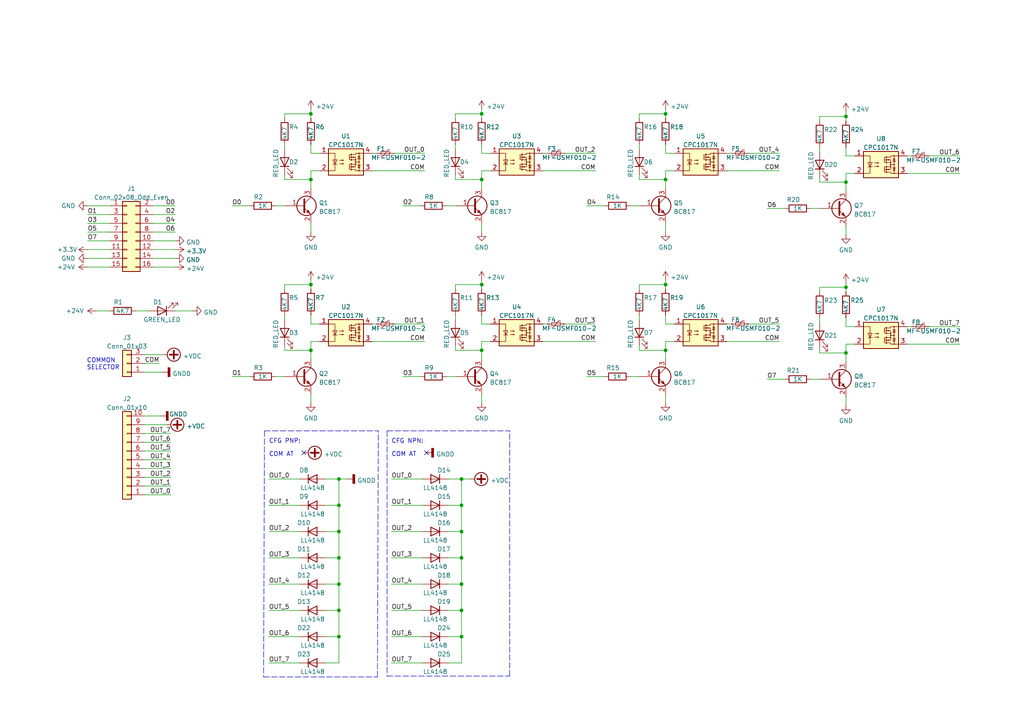
<source format=kicad_sch>
(kicad_sch (version 20211123) (generator eeschema)
  (paper "A4")
  (title_block (title "dout-8") (date "2023-04-06") (rev "1.1") (company "www.iotvertebrae.com") (comment 1 "Mechanical design: Xavier Pi") (comment 2 "Circuit & PCB design: Jordi Binefa"))
  (lib_symbols
    (symbol "Connector_Generic:Conn_01x03" (pin_names (offset 1.016) hide)
      (property "Reference" "J" (at 0 5.08 0))
      (property "Value" "Conn_01x03" (at 0 -5.08 0))
      (symbol "Conn_01x03_1_1"
        (pin passive line (at -5.08 2.54 0) (length 3.81) (name "Pin_1") (number "1"))
        (pin passive line (at -5.08 0 0) (length 3.81) (name "Pin_2") (number "2"))
        (pin passive line (at -5.08 -2.54 0) (length 3.81) (name "Pin_3") (number "3"))
      )
    )
    (symbol "Connector_Generic:Conn_01x10" (pin_names (offset 1.016) hide)
      (property "Reference" "J" (at 0 12.7 0))
      (property "Value" "Conn_01x10" (at 0 -15.24 0))
      (symbol "Conn_01x10_1_1"
        (pin passive line (at -5.08 10.16 0) (length 3.81) (name "Pin_1") (number "1"))
        (pin passive line (at -5.08 -12.7 0) (length 3.81) (name "Pin_10") (number "10"))
        (pin passive line (at -5.08 7.62 0) (length 3.81) (name "Pin_2") (number "2"))
        (pin passive line (at -5.08 5.08 0) (length 3.81) (name "Pin_3") (number "3"))
        (pin passive line (at -5.08 2.54 0) (length 3.81) (name "Pin_4") (number "4"))
        (pin passive line (at -5.08 0 0) (length 3.81) (name "Pin_5") (number "5"))
        (pin passive line (at -5.08 -2.54 0) (length 3.81) (name "Pin_6") (number "6"))
        (pin passive line (at -5.08 -5.08 0) (length 3.81) (name "Pin_7") (number "7"))
        (pin passive line (at -5.08 -7.62 0) (length 3.81) (name "Pin_8") (number "8"))
        (pin passive line (at -5.08 -10.16 0) (length 3.81) (name "Pin_9") (number "9"))
      )
    )
    (symbol "Connector_Generic:Conn_02x08_Odd_Even" (pin_names (offset 1.016) hide)
      (property "Reference" "J" (at 1.27 10.16 0))
      (property "Value" "Conn_02x08_Odd_Even" (at 1.27 -12.7 0))
      (symbol "Conn_02x08_Odd_Even_1_1"
        (pin passive line (at -5.08 7.62 0) (length 3.81) (name "Pin_1") (number "1"))
        (pin passive line (at 7.62 -2.54 180) (length 3.81) (name "Pin_10") (number "10"))
        (pin passive line (at -5.08 -5.08 0) (length 3.81) (name "Pin_11") (number "11"))
        (pin passive line (at 7.62 -5.08 180) (length 3.81) (name "Pin_12") (number "12"))
        (pin passive line (at -5.08 -7.62 0) (length 3.81) (name "Pin_13") (number "13"))
        (pin passive line (at 7.62 -7.62 180) (length 3.81) (name "Pin_14") (number "14"))
        (pin passive line (at -5.08 -10.16 0) (length 3.81) (name "Pin_15") (number "15"))
        (pin passive line (at 7.62 -10.16 180) (length 3.81) (name "Pin_16") (number "16"))
        (pin passive line (at 7.62 7.62 180) (length 3.81) (name "Pin_2") (number "2"))
        (pin passive line (at -5.08 5.08 0) (length 3.81) (name "Pin_3") (number "3"))
        (pin passive line (at 7.62 5.08 180) (length 3.81) (name "Pin_4") (number "4"))
        (pin passive line (at -5.08 2.54 0) (length 3.81) (name "Pin_5") (number "5"))
        (pin passive line (at 7.62 2.54 180) (length 3.81) (name "Pin_6") (number "6"))
        (pin passive line (at -5.08 0 0) (length 3.81) (name "Pin_7") (number "7"))
        (pin passive line (at 7.62 0 180) (length 3.81) (name "Pin_8") (number "8"))
        (pin passive line (at -5.08 -2.54 0) (length 3.81) (name "Pin_9") (number "9"))
      )
    )
    (symbol "Device:LED" (pin_numbers hide) (pin_names (offset 1.016) hide)
      (property "Reference" "D" (at 0 2.54 0))
      (property "Value" "LED" (at 0 -2.54 0))
      (symbol "LED_1_1"
        (pin passive line (at -3.81 0 0) (length 2.54) (name "K") (number "1"))
        (pin passive line (at 3.81 0 180) (length 2.54) (name "A") (number "2"))
      )
    )
    (symbol "Device:Polyfuse_Small" (pin_numbers hide) (pin_names (offset 0))
      (property "Reference" "F" (at -1.905 0 90))
      (property "Value" "Polyfuse_Small" (at 1.905 0 90))
      (symbol "Polyfuse_Small_1_1"
        (pin passive line (at 0 2.54 270) (length 0.635) (name "~") (number "1"))
        (pin passive line (at 0 -2.54 90) (length 0.635) (name "~") (number "2"))
      )
    )
    (symbol "Device:R" (pin_numbers hide) (pin_names (offset 0))
      (property "Reference" "R" (at 2.032 0 90))
      (property "Value" "R" (at 0 0 90))
      (symbol "R_1_1"
        (pin passive line (at 0 3.81 270) (length 1.27) (name "~") (number "1"))
        (pin passive line (at 0 -3.81 90) (length 1.27) (name "~") (number "2"))
      )
    )
    (symbol "Diode:LL4148" (pin_numbers hide) (pin_names (offset 1.016) hide)
      (property "Reference" "D" (at 0 2.54 0))
      (property "Value" "LL4148" (at 0 -2.54 0))
      (symbol "LL4148_1_1"
        (pin passive line (at -3.81 0 0) (length 2.54) (name "K") (number "1"))
        (pin passive line (at 3.81 0 180) (length 2.54) (name "A") (number "2"))
      )
    )
    (symbol "Relay_SolidState:CPC1017N"
      (property "Reference" "U" (at -5.08 5.08 0))
      (property "Value" "CPC1017N" (at 0 5.08 0))
      (symbol "CPC1017N_1_1"
        (pin passive line (at -7.62 2.54 0) (length 2.54) (name "~") (number "1"))
        (pin passive line (at -7.62 -2.54 0) (length 2.54) (name "~") (number "2"))
        (pin passive line (at 7.62 -2.54 180) (length 2.54) (name "~") (number "3"))
        (pin passive line (at 7.62 2.54 180) (length 2.54) (name "~") (number "4"))
      )
    )
    (symbol "Transistor_BJT:BC817" (pin_names (offset 0) hide)
      (property "Reference" "Q" (at 5.08 1.905 0))
      (property "Value" "BC817" (at 5.08 0 0))
      (symbol "BC817_1_1"
        (pin input line (at -5.08 0 0) (length 5.715) (name "B") (number "1"))
        (pin passive line (at 2.54 -5.08 90) (length 2.54) (name "E") (number "2"))
        (pin passive line (at 2.54 5.08 270) (length 2.54) (name "C") (number "3"))
      )
    )
    (symbol "power:+24V" (power) (pin_names (offset 0))
      (property "Value" "+24V" (at 0 3.556 0))
      (symbol "+24V_1_1"
        (pin power_in line (at 0 0 90) (length 0) hide (name "+24V") (number "1"))
      )
    )
    (symbol "power:+3.3V" (power) (pin_names (offset 0))
      (property "Value" "+3.3V" (at 0 3.556 0))
      (symbol "+3.3V_1_1"
        (pin power_in line (at 0 0 90) (length 0) hide (name "+3.3V") (number "1"))
      )
    )
    (symbol "power:+VDC" (power) (pin_names (offset 0))
      (property "Value" "+VDC" (at 0 6.35 0))
      (symbol "+VDC_1_1"
        (pin power_in line (at 0 0 90) (length 0) hide (name "+VDC") (number "1"))
      )
    )
    (symbol "power:GND" (power) (pin_names (offset 0))
      (property "Value" "GND" (at 0 -3.81 0))
      (symbol "GND_1_1"
        (pin power_in line (at 0 0 270) (length 0) hide (name "GND") (number "1"))
      )
    )
    (symbol "power:GNDD" (power) (pin_names (offset 0))
      (property "Value" "GNDD" (at 0 -3.175 0))
      (symbol "GNDD_1_1"
        (pin power_in line (at 0 0 270) (length 0) hide (name "GNDD") (number "1"))
      )
    )
  )
  (junction (at 133.858 138.938))
  (junction (at 98.298 184.658))
  (junction (at 139.7 101.6))
  (junction (at 133.858 154.178))
  (junction (at 90.17 33.02))
  (junction (at 193.04 101.6))
  (junction (at 245.364 102.362))
  (junction (at 98.298 154.178))
  (junction (at 139.7 33.02))
  (junction (at 193.04 82.55))
  (junction (at 98.298 169.418))
  (junction (at 245.364 83.312))
  (junction (at 90.17 52.07))
  (junction (at 139.7 82.55))
  (junction (at 133.858 184.658))
  (junction (at 133.858 146.558))
  (junction (at 133.858 177.038))
  (junction (at 133.858 169.418))
  (junction (at 90.17 101.6))
  (junction (at 193.04 33.02))
  (junction (at 98.298 138.938))
  (junction (at 98.298 161.798))
  (junction (at 98.298 146.558))
  (junction (at 90.17 82.55))
  (junction (at 245.364 33.782))
  (junction (at 245.364 52.832))
  (junction (at 98.298 177.038))
  (junction (at 139.7 52.07))
  (junction (at 193.04 52.07))
  (junction (at 133.858 161.798))
  (no_connect (at 123.698 131.318))
  (no_connect (at 88.138 131.318))
  (wire (pts (xy 82.55 100.33) (xy 82.55 101.6)))
  (wire (pts (xy 92.71 49.53) (xy 90.17 49.53)))
  (wire (pts (xy 41.91 107.95) (xy 47.244 107.95)))
  (wire (pts (xy 41.91 135.89) (xy 49.53 135.89)))
  (wire (pts (xy 269.494 94.742) (xy 278.384 94.742)))
  (wire (pts (xy 25.4 59.69) (xy 31.75 59.69)))
  (wire (pts (xy 163.83 93.98) (xy 172.72 93.98)))
  (wire (pts (xy 44.45 67.31) (xy 50.8 67.31)))
  (wire (pts (xy 27.94 90.17) (xy 31.75 90.17)))
  (wire (pts (xy 129.54 109.22) (xy 132.08 109.22)))
  (wire (pts (xy 44.45 72.39) (xy 50.8 72.39)))
  (wire (pts (xy 132.08 41.91) (xy 132.08 43.18)))
  (wire (pts (xy 94.488 169.418) (xy 98.298 169.418)))
  (wire (pts (xy 139.7 81.28) (xy 139.7 82.55)))
  (wire (pts (xy 263.144 50.292) (xy 278.384 50.292)))
  (wire (pts (xy 41.91 143.51) (xy 49.53 143.51)))
  (wire (pts (xy 90.17 82.55) (xy 90.17 83.82)))
  (wire (pts (xy 41.91 133.35) (xy 49.53 133.35)))
  (wire (pts (xy 133.858 161.798) (xy 133.858 154.178)))
  (wire (pts (xy 90.17 93.98) (xy 92.71 93.98)))
  (wire (pts (xy 182.88 59.69) (xy 185.42 59.69)))
  (wire (pts (xy 193.04 31.75) (xy 193.04 33.02)))
  (wire (pts (xy 245.364 33.782) (xy 237.744 33.782)))
  (wire (pts (xy 222.504 60.452) (xy 227.584 60.452)))
  (wire (pts (xy 245.364 33.782) (xy 245.364 35.052)))
  (wire (pts (xy 90.17 101.6) (xy 90.17 104.14)))
  (wire (pts (xy 245.364 99.822) (xy 245.364 102.362)))
  (wire (pts (xy 113.538 184.658) (xy 122.428 184.658)))
  (wire (pts (xy 67.31 109.22) (xy 72.39 109.22)))
  (wire (pts (xy 113.538 154.178) (xy 122.428 154.178)))
  (wire (pts (xy 129.54 59.69) (xy 132.08 59.69)))
  (wire (pts (xy 185.42 50.8) (xy 185.42 52.07)))
  (wire (pts (xy 142.24 49.53) (xy 139.7 49.53)))
  (wire (pts (xy 193.04 64.77) (xy 193.04 67.31)))
  (wire (pts (xy 133.858 177.038) (xy 133.858 169.418)))
  (wire (pts (xy 130.048 169.418) (xy 133.858 169.418)))
  (wire (pts (xy 82.55 82.55) (xy 82.55 83.82)))
  (wire (pts (xy 245.364 92.202) (xy 245.364 94.742)))
  (wire (pts (xy 133.858 184.658) (xy 133.858 177.038)))
  (wire (pts (xy 237.744 33.782) (xy 237.744 35.052)))
  (wire (pts (xy 25.4 69.85) (xy 31.75 69.85)))
  (wire (pts (xy 193.04 91.44) (xy 193.04 93.98)))
  (wire (pts (xy 41.91 128.27) (xy 49.53 128.27)))
  (wire (pts (xy 25.4 72.39) (xy 31.75 72.39)))
  (wire (pts (xy 130.048 146.558) (xy 133.858 146.558)))
  (wire (pts (xy 210.82 93.98) (xy 212.09 93.98)))
  (wire (pts (xy 139.7 82.55) (xy 139.7 83.82)))
  (wire (pts (xy 41.91 130.81) (xy 49.53 130.81)))
  (wire (pts (xy 130.048 192.278) (xy 133.858 192.278)))
  (wire (pts (xy 90.17 33.02) (xy 82.55 33.02)))
  (wire (pts (xy 185.42 100.33) (xy 185.42 101.6)))
  (wire (pts (xy 139.7 44.45) (xy 142.24 44.45)))
  (wire (pts (xy 82.55 33.02) (xy 82.55 34.29)))
  (wire (pts (xy 41.91 125.73) (xy 49.53 125.73)))
  (wire (pts (xy 185.42 52.07) (xy 193.04 52.07)))
  (wire (pts (xy 182.88 109.22) (xy 185.42 109.22)))
  (wire (pts (xy 25.4 77.47) (xy 31.75 77.47)))
  (wire (pts (xy 98.298 169.418) (xy 98.298 161.798)))
  (polyline (pts (xy 76.708 124.968) (xy 109.728 124.968)))
  (wire (pts (xy 185.42 33.02) (xy 185.42 34.29)))
  (wire (pts (xy 132.08 52.07) (xy 139.7 52.07)))
  (wire (pts (xy 44.45 77.47) (xy 50.8 77.47)))
  (wire (pts (xy 237.744 52.832) (xy 245.364 52.832)))
  (wire (pts (xy 235.204 109.982) (xy 237.744 109.982)))
  (wire (pts (xy 139.7 41.91) (xy 139.7 44.45)))
  (wire (pts (xy 245.364 94.742) (xy 247.904 94.742)))
  (wire (pts (xy 193.04 81.28) (xy 193.04 82.55)))
  (wire (pts (xy 113.538 169.418) (xy 122.428 169.418)))
  (wire (pts (xy 245.364 45.212) (xy 247.904 45.212)))
  (wire (pts (xy 41.91 102.87) (xy 47.244 102.87)))
  (wire (pts (xy 157.48 49.53) (xy 172.72 49.53)))
  (wire (pts (xy 139.7 64.77) (xy 139.7 67.31)))
  (wire (pts (xy 41.91 123.19) (xy 48.26 123.19)))
  (wire (pts (xy 77.978 169.418) (xy 86.868 169.418)))
  (wire (pts (xy 94.488 138.938) (xy 98.298 138.938)))
  (wire (pts (xy 25.4 64.77) (xy 31.75 64.77)))
  (wire (pts (xy 263.144 94.742) (xy 264.414 94.742)))
  (wire (pts (xy 193.04 52.07) (xy 193.04 54.61)))
  (wire (pts (xy 90.17 31.75) (xy 90.17 33.02)))
  (wire (pts (xy 50.8 90.17) (xy 55.88 90.17)))
  (wire (pts (xy 237.744 101.092) (xy 237.744 102.362)))
  (wire (pts (xy 132.08 50.8) (xy 132.08 52.07)))
  (wire (pts (xy 116.84 59.69) (xy 121.92 59.69)))
  (wire (pts (xy 133.858 192.278) (xy 133.858 184.658)))
  (wire (pts (xy 107.95 93.98) (xy 109.22 93.98)))
  (wire (pts (xy 77.978 146.558) (xy 86.868 146.558)))
  (wire (pts (xy 90.17 52.07) (xy 90.17 54.61)))
  (wire (pts (xy 41.91 140.97) (xy 49.53 140.97)))
  (wire (pts (xy 90.17 64.77) (xy 90.17 67.31)))
  (wire (pts (xy 132.08 101.6) (xy 139.7 101.6)))
  (wire (pts (xy 67.31 59.69) (xy 72.39 59.69)))
  (wire (pts (xy 185.42 101.6) (xy 193.04 101.6)))
  (wire (pts (xy 263.144 99.822) (xy 278.384 99.822)))
  (wire (pts (xy 247.904 99.822) (xy 245.364 99.822)))
  (wire (pts (xy 90.17 82.55) (xy 82.55 82.55)))
  (wire (pts (xy 193.04 33.02) (xy 185.42 33.02)))
  (wire (pts (xy 217.17 93.98) (xy 226.06 93.98)))
  (wire (pts (xy 193.04 82.55) (xy 185.42 82.55)))
  (wire (pts (xy 44.45 69.85) (xy 50.8 69.85)))
  (wire (pts (xy 217.17 44.45) (xy 226.06 44.45)))
  (wire (pts (xy 245.364 115.062) (xy 245.364 117.602)))
  (wire (pts (xy 107.95 99.06) (xy 123.19 99.06)))
  (wire (pts (xy 90.17 114.3) (xy 90.17 116.84)))
  (wire (pts (xy 77.978 177.038) (xy 86.868 177.038)))
  (polyline (pts (xy 109.474 196.342) (xy 109.728 124.968)))
  (wire (pts (xy 193.04 93.98) (xy 195.58 93.98)))
  (wire (pts (xy 94.488 154.178) (xy 98.298 154.178)))
  (wire (pts (xy 139.7 82.55) (xy 132.08 82.55)))
  (wire (pts (xy 130.048 154.178) (xy 133.858 154.178)))
  (wire (pts (xy 139.7 33.02) (xy 139.7 34.29)))
  (wire (pts (xy 77.978 184.658) (xy 86.868 184.658)))
  (wire (pts (xy 98.298 192.278) (xy 98.298 184.658)))
  (wire (pts (xy 193.04 99.06) (xy 193.04 101.6)))
  (wire (pts (xy 170.18 109.22) (xy 175.26 109.22)))
  (wire (pts (xy 44.45 64.77) (xy 50.8 64.77)))
  (wire (pts (xy 193.04 114.3) (xy 193.04 116.84)))
  (wire (pts (xy 245.364 65.532) (xy 245.364 68.072)))
  (wire (pts (xy 113.538 146.558) (xy 122.428 146.558)))
  (wire (pts (xy 98.298 138.938) (xy 100.838 138.938)))
  (wire (pts (xy 39.37 90.17) (xy 43.18 90.17)))
  (wire (pts (xy 193.04 41.91) (xy 193.04 44.45)))
  (wire (pts (xy 25.4 62.23) (xy 31.75 62.23)))
  (wire (pts (xy 193.04 44.45) (xy 195.58 44.45)))
  (wire (pts (xy 139.7 31.75) (xy 139.7 33.02)))
  (wire (pts (xy 139.7 99.06) (xy 139.7 101.6)))
  (wire (pts (xy 139.7 49.53) (xy 139.7 52.07)))
  (wire (pts (xy 139.7 33.02) (xy 132.08 33.02)))
  (wire (pts (xy 98.298 177.038) (xy 98.298 169.418)))
  (wire (pts (xy 90.17 81.28) (xy 90.17 82.55)))
  (polyline (pts (xy 112.268 196.088) (xy 147.828 196.088)))
  (wire (pts (xy 263.144 45.212) (xy 264.414 45.212)))
  (wire (pts (xy 90.17 41.91) (xy 90.17 44.45)))
  (wire (pts (xy 130.048 161.798) (xy 133.858 161.798)))
  (wire (pts (xy 130.048 177.038) (xy 133.858 177.038)))
  (wire (pts (xy 82.55 52.07) (xy 90.17 52.07)))
  (wire (pts (xy 139.7 101.6) (xy 139.7 104.14)))
  (wire (pts (xy 139.7 93.98) (xy 142.24 93.98)))
  (wire (pts (xy 77.978 192.278) (xy 86.868 192.278)))
  (wire (pts (xy 94.488 192.278) (xy 98.298 192.278)))
  (wire (pts (xy 237.744 102.362) (xy 245.364 102.362)))
  (wire (pts (xy 114.3 44.45) (xy 123.19 44.45)))
  (wire (pts (xy 210.82 49.53) (xy 226.06 49.53)))
  (wire (pts (xy 132.08 82.55) (xy 132.08 83.82)))
  (wire (pts (xy 94.488 184.658) (xy 98.298 184.658)))
  (wire (pts (xy 113.538 138.938) (xy 122.428 138.938)))
  (wire (pts (xy 98.298 146.558) (xy 98.298 154.178)))
  (wire (pts (xy 269.494 45.212) (xy 278.384 45.212)))
  (wire (pts (xy 163.83 44.45) (xy 172.72 44.45)))
  (wire (pts (xy 193.04 101.6) (xy 193.04 104.14)))
  (wire (pts (xy 82.55 41.91) (xy 82.55 43.18)))
  (wire (pts (xy 107.95 49.53) (xy 123.19 49.53)))
  (wire (pts (xy 44.45 74.93) (xy 50.8 74.93)))
  (wire (pts (xy 90.17 99.06) (xy 90.17 101.6)))
  (wire (pts (xy 193.04 49.53) (xy 193.04 52.07)))
  (polyline (pts (xy 112.268 124.968) (xy 147.828 124.968)))
  (wire (pts (xy 170.18 59.69) (xy 175.26 59.69)))
  (wire (pts (xy 90.17 91.44) (xy 90.17 93.98)))
  (wire (pts (xy 245.364 52.832) (xy 245.364 55.372)))
  (wire (pts (xy 245.364 102.362) (xy 245.364 104.902)))
  (wire (pts (xy 116.84 109.22) (xy 121.92 109.22)))
  (wire (pts (xy 237.744 42.672) (xy 237.744 43.942)))
  (wire (pts (xy 237.744 83.312) (xy 237.744 84.582)))
  (wire (pts (xy 98.298 184.658) (xy 98.298 177.038)))
  (wire (pts (xy 195.58 49.53) (xy 193.04 49.53)))
  (wire (pts (xy 132.08 100.33) (xy 132.08 101.6)))
  (wire (pts (xy 139.7 91.44) (xy 139.7 93.98)))
  (wire (pts (xy 247.904 50.292) (xy 245.364 50.292)))
  (wire (pts (xy 113.538 177.038) (xy 122.428 177.038)))
  (wire (pts (xy 132.08 91.44) (xy 132.08 92.71)))
  (wire (pts (xy 94.488 177.038) (xy 98.298 177.038)))
  (wire (pts (xy 210.82 44.45) (xy 212.09 44.45)))
  (wire (pts (xy 185.42 41.91) (xy 185.42 43.18)))
  (wire (pts (xy 98.298 146.558) (xy 98.298 138.938)))
  (wire (pts (xy 90.17 33.02) (xy 90.17 34.29)))
  (wire (pts (xy 142.24 99.06) (xy 139.7 99.06)))
  (wire (pts (xy 82.55 50.8) (xy 82.55 52.07)))
  (wire (pts (xy 185.42 91.44) (xy 185.42 92.71)))
  (wire (pts (xy 185.42 82.55) (xy 185.42 83.82)))
  (wire (pts (xy 107.95 44.45) (xy 109.22 44.45)))
  (wire (pts (xy 245.364 32.512) (xy 245.364 33.782)))
  (wire (pts (xy 245.364 50.292) (xy 245.364 52.832)))
  (wire (pts (xy 114.3 93.98) (xy 123.19 93.98)))
  (wire (pts (xy 80.01 109.22) (xy 82.55 109.22)))
  (wire (pts (xy 90.17 49.53) (xy 90.17 52.07)))
  (wire (pts (xy 245.364 82.042) (xy 245.364 83.312)))
  (wire (pts (xy 245.364 42.672) (xy 245.364 45.212)))
  (wire (pts (xy 82.55 101.6) (xy 90.17 101.6)))
  (wire (pts (xy 77.978 161.798) (xy 86.868 161.798)))
  (wire (pts (xy 245.364 83.312) (xy 245.364 84.582)))
  (wire (pts (xy 41.91 120.65) (xy 46.736 120.65)))
  (wire (pts (xy 193.04 33.02) (xy 193.04 34.29)))
  (wire (pts (xy 25.4 67.31) (xy 31.75 67.31)))
  (wire (pts (xy 237.744 92.202) (xy 237.744 93.472)))
  (wire (pts (xy 98.298 161.798) (xy 98.298 154.178)))
  (wire (pts (xy 130.048 138.938) (xy 133.858 138.938)))
  (wire (pts (xy 41.91 138.43) (xy 49.53 138.43)))
  (wire (pts (xy 235.204 60.452) (xy 237.744 60.452)))
  (wire (pts (xy 133.858 138.938) (xy 136.398 138.938)))
  (wire (pts (xy 41.91 105.41) (xy 46.228 105.41)))
  (wire (pts (xy 25.4 74.93) (xy 31.75 74.93)))
  (wire (pts (xy 139.7 52.07) (xy 139.7 54.61)))
  (wire (pts (xy 133.858 146.558) (xy 133.858 154.178)))
  (wire (pts (xy 113.538 192.278) (xy 122.428 192.278)))
  (wire (pts (xy 157.48 93.98) (xy 158.75 93.98)))
  (wire (pts (xy 132.08 33.02) (xy 132.08 34.29)))
  (wire (pts (xy 245.364 83.312) (xy 237.744 83.312)))
  (wire (pts (xy 94.488 161.798) (xy 98.298 161.798)))
  (wire (pts (xy 90.17 44.45) (xy 92.71 44.45)))
  (wire (pts (xy 210.82 99.06) (xy 226.06 99.06)))
  (wire (pts (xy 237.744 51.562) (xy 237.744 52.832)))
  (wire (pts (xy 94.488 146.558) (xy 98.298 146.558)))
  (wire (pts (xy 82.55 91.44) (xy 82.55 92.71)))
  (wire (pts (xy 222.504 109.982) (xy 227.584 109.982)))
  (wire (pts (xy 80.01 59.69) (xy 82.55 59.69)))
  (wire (pts (xy 133.858 169.418) (xy 133.858 161.798)))
  (wire (pts (xy 44.45 59.69) (xy 50.8 59.69)))
  (wire (pts (xy 193.04 82.55) (xy 193.04 83.82)))
  (wire (pts (xy 133.858 146.558) (xy 133.858 138.938)))
  (wire (pts (xy 44.45 62.23) (xy 50.8 62.23)))
  (wire (pts (xy 77.978 154.178) (xy 86.868 154.178)))
  (wire (pts (xy 92.71 99.06) (xy 90.17 99.06)))
  (polyline (pts (xy 76.454 196.342) (xy 109.474 196.342)))
  (polyline (pts (xy 112.268 124.968) (xy 112.268 196.088)))
  (wire (pts (xy 195.58 99.06) (xy 193.04 99.06)))
  (wire (pts (xy 157.48 44.45) (xy 158.75 44.45)))
  (wire (pts (xy 113.538 161.798) (xy 122.428 161.798)))
  (polyline (pts (xy 147.828 196.088) (xy 147.828 124.968)))
  (wire (pts (xy 130.048 184.658) (xy 133.858 184.658)))
  (polyline (pts (xy 76.708 124.968) (xy 76.454 196.342)))
  (wire (pts (xy 77.978 138.938) (xy 86.868 138.938)))
  (wire (pts (xy 139.7 114.3) (xy 139.7 116.84)))
  (wire (pts (xy 157.48 99.06) (xy 172.72 99.06)))
  (text "COMMON\nSELECTOR" (at 25.146 107.442 0) (effects (font (size 1.27 1.27)) (justify left bottom)))
  (text "CFG NPN:" (at 113.538 128.778 0) (effects (font (size 1.27 1.27)) (justify left bottom)))
  (text "COM AT " (at 113.538 132.588 0) (effects (font (size 1.27 1.27)) (justify left bottom)))
  (text "CFG PNP:" (at 77.978 128.778 0) (effects (font (size 1.27 1.27)) (justify left bottom)))
  (text "COM AT " (at 77.978 132.588 0) (effects (font (size 1.27 1.27)) (justify left bottom)))
  (label "OUT_4" (at 113.538 169.418 0))
  (label "OUT_0" (at 113.538 138.938 0))
  (label "O4" (at 170.18 59.69 0))
  (label "OUT_0" (at 49.53 143.51 180))
  (label "OUT_2" (at 113.538 154.178 0))
  (label "OUT_5" (at 113.538 177.038 0))
  (label "OUT_7" (at 278.384 94.742 180))
  (label "OUT_4" (at 226.06 44.45 180))
  (label "OUT_3" (at 113.538 161.798 0))
  (label "OUT_7" (at 113.538 192.278 0))
  (label "COM" (at 278.384 99.822 180))
  (label "O3" (at 116.84 109.22 0))
  (label "OUT_3" (at 172.72 93.98 180))
  (label "O2" (at 116.84 59.69 0))
  (label "O2" (at 50.8 62.23 180))
  (label "O1" (at 25.4 62.23 0))
  (label "OUT_6" (at 113.538 184.658 0))
  (label "OUT_2" (at 77.978 154.178 0))
  (label "COM" (at 226.06 49.53 180))
  (label "OUT_5" (at 226.06 93.98 180))
  (label "OUT_1" (at 113.538 146.558 0))
  (label "O0" (at 50.8 59.69 180))
  (label "OUT_3" (at 77.978 161.798 0))
  (label "OUT_4" (at 49.53 133.35 180))
  (label "OUT_0" (at 123.19 44.45 180))
  (label "OUT_1" (at 49.53 140.97 180))
  (label "O4" (at 50.8 64.77 180))
  (label "OUT_5" (at 49.53 130.81 180))
  (label "COM" (at 46.228 105.41 180))
  (label "COM" (at 123.19 99.06 180))
  (label "OUT_7" (at 77.978 192.278 0))
  (label "OUT_3" (at 49.53 135.89 180))
  (label "O7" (at 25.4 69.85 0))
  (label "OUT_6" (at 278.384 45.212 180))
  (label "OUT_2" (at 49.53 138.43 180))
  (label "O1" (at 67.31 109.22 0))
  (label "OUT_6" (at 77.978 184.658 0))
  (label "OUT_2" (at 172.72 44.45 180))
  (label "OUT_5" (at 77.978 177.038 0))
  (label "COM" (at 172.72 99.06 180))
  (label "COM" (at 172.72 49.53 180))
  (label "O5" (at 170.18 109.22 0))
  (label "OUT_4" (at 77.978 169.418 0))
  (label "O6" (at 222.504 60.452 0))
  (label "O7" (at 222.504 109.982 0))
  (label "OUT_1" (at 123.19 93.98 180))
  (label "OUT_6" (at 49.53 128.27 180))
  (label "OUT_0" (at 77.978 138.938 0))
  (label "O3" (at 25.4 64.77 0))
  (label "OUT_1" (at 77.978 146.558 0))
  (label "COM" (at 226.06 99.06 180))
  (label "O0" (at 67.31 59.69 0))
  (label "O5" (at 25.4 67.31 0))
  (label "COM" (at 278.384 50.292 180))
  (label "OUT_7" (at 49.53 125.73 180))
  (label "COM" (at 123.19 49.53 180))
  (label "O6" (at 50.8 67.31 180))
  (symbol (lib_id "Diode:LL4148") (at 126.238 138.938 0) (mirror y) (unit 1)
    (property "Reference" "D14" (at 128.778 136.398 0))
    (property "Value" "LL4148" (at 126.238 141.478 0))
    (property "Footprint" "Diode_SMD:D_MiniMELF" (effects hide))
    (property "Datasheet" "http://www.vishay.com/docs/85557/ll4148.pdf" (effects hide))
  )
  (symbol (lib_id "Transistor_BJT:BC817") (at 87.63 109.22 0) (unit 1)
    (property "Reference" "Q2" (at 92.4814 108.3853 0) (effects (justify left)))
    (property "Value" "BC817" (at 92.4814 110.9222 0) (effects (justify left)))
    (property "Footprint" "Package_TO_SOT_SMD:SOT-23" (effects hide))
    (property "Datasheet" "https://www.onsemi.com/pub/Collateral/BC818-D.pdf" (effects hide))
  )
  (symbol (lib_id "Device:R") (at 193.04 87.63 0) (unit 1)
    (property "Reference" "R19" (at 194.31 86.36 0) (effects (justify left)))
    (property "Value" "4K7" (at 193.04 90.17 90) (effects (justify left)))
    (property "Footprint" "Resistor_SMD:R_0805_2012Metric_Pad1.20x1.40mm_HandSolder" (effects hide))
  )
  (symbol (lib_id "Device:Polyfuse_Small") (at 161.29 44.45 90) (unit 1)
    (property "Reference" "F3" (at 160.02 43.18 90))
    (property "Value" "MF-USMF010-2" (at 165.1 45.72 90))
    (property "Footprint" "Fuse:Fuse_1210_3225Metric_Pad1.42x2.65mm_HandSolder" (effects hide))
  )
  (symbol (lib_id "power:GNDD") (at 47.244 107.95 90) (unit 1)
    (property "Reference" "#PWR012" (effects hide))
    (property "Value" "GNDD" (at 50.038 108.3838 90) (effects (justify right)))
  )
  (symbol (lib_id "power:+24V") (at 139.7 31.75 0) (unit 1)
    (property "Reference" "#PWR019" (effects hide))
    (property "Value" "+24V" (at 141.097 30.9138 0) (effects (justify left)))
  )
  (symbol (lib_id "Device:R") (at 82.55 87.63 0) (unit 1)
    (property "Reference" "R5" (at 83.82 86.36 0) (effects (justify left)))
    (property "Value" "4K7" (at 82.55 90.17 90) (effects (justify left)))
    (property "Footprint" "Resistor_SMD:R_0805_2012Metric_Pad1.20x1.40mm_HandSolder" (effects hide))
  )
  (symbol (lib_id "Device:R") (at 245.364 88.392 0) (unit 1)
    (property "Reference" "R25" (at 246.634 87.122 0) (effects (justify left)))
    (property "Value" "4K7" (at 245.364 90.932 90) (effects (justify left)))
    (property "Footprint" "Resistor_SMD:R_0805_2012Metric_Pad1.20x1.40mm_HandSolder" (effects hide))
  )
  (symbol (lib_id "Diode:LL4148") (at 126.238 161.798 0) (mirror y) (unit 1)
    (property "Reference" "D17" (at 128.778 159.258 0))
    (property "Value" "LL4148" (at 126.238 164.338 0))
    (property "Footprint" "Diode_SMD:D_MiniMELF" (effects hide))
    (property "Datasheet" "http://www.vishay.com/docs/85557/ll4148.pdf" (effects hide))
  )
  (symbol (lib_id "Device:R") (at 179.07 59.69 90) (unit 1)
    (property "Reference" "R14" (at 177.8 57.15 90))
    (property "Value" "1K" (at 179.07 59.69 90))
    (property "Footprint" "Resistor_SMD:R_0805_2012Metric_Pad1.20x1.40mm_HandSolder" (effects hide))
  )
  (symbol (lib_id "power:+24V") (at 193.04 31.75 0) (unit 1)
    (property "Reference" "#PWR023" (effects hide))
    (property "Value" "+24V" (at 194.437 30.9138 0) (effects (justify left)))
  )
  (symbol (lib_id "Connector_Generic:Conn_01x10") (at 36.83 133.35 180) (unit 1)
    (property "Reference" "J2" (at 36.83 115.6802 0))
    (property "Value" "Conn_01x10" (at 36.83 118.2171 0))
    (property "Footprint" "Connector_Phoenix_MSTB:PhoenixContact_MSTBA_2,5_10-G-5,08_1x10_P5.08mm_Horizontal" (effects hide))
  )
  (symbol (lib_id "power:+24V") (at 90.17 31.75 0) (unit 1)
    (property "Reference" "#PWR015" (effects hide))
    (property "Value" "+24V" (at 91.567 30.9138 0) (effects (justify left)))
  )
  (symbol (lib_id "Diode:LL4148") (at 90.678 177.038 0) (unit 1)
    (property "Reference" "D13" (at 88.138 174.498 0))
    (property "Value" "LL4148" (at 90.678 179.578 0))
    (property "Footprint" "Diode_SMD:D_MiniMELF" (effects hide))
    (property "Datasheet" "http://www.vishay.com/docs/85557/ll4148.pdf" (effects hide))
  )
  (symbol (lib_id "power:GND") (at 245.364 117.602 0) (unit 1)
    (property "Reference" "#PWR034" (effects hide))
    (property "Value" "GND" (at 245.364 122.0454 0))
  )
  (symbol (lib_id "Device:Polyfuse_Small") (at 161.29 93.98 90) (unit 1)
    (property "Reference" "F4" (at 160.02 92.71 90))
    (property "Value" "MF-USMF010-2" (at 165.1 95.25 90))
    (property "Footprint" "Fuse:Fuse_1210_3225Metric_Pad1.42x2.65mm_HandSolder" (effects hide))
  )
  (symbol (lib_id "power:+VDC") (at 47.244 102.87 270) (unit 1)
    (property "Reference" "#PWR011" (effects hide))
    (property "Value" "+VDC" (at 53.086 103.3038 90) (effects (justify left)))
  )
  (symbol (lib_id "Relay_SolidState:CPC1017N") (at 149.86 46.99 0) (unit 1)
    (property "Reference" "U3" (at 149.86 39.4802 0))
    (property "Value" "CPC1017N" (at 149.86 42.0171 0))
    (property "Footprint" "Package_SO:SOP-4_3.8x4.1mm_P2.54mm" (effects hide))
    (property "Datasheet" "http://www.ixysic.com/home/pdfs.nsf/www/CPC1017N.pdf/$file/CPC1017N.pdf" (effects hide))
  )
  (symbol (lib_id "power:GND") (at 193.04 116.84 0) (unit 1)
    (property "Reference" "#PWR026" (effects hide))
    (property "Value" "GND" (at 193.04 121.2834 0))
  )
  (symbol (lib_id "Device:R") (at 231.394 60.452 90) (unit 1)
    (property "Reference" "R20" (at 230.124 57.912 90))
    (property "Value" "1K" (at 231.394 60.452 90))
    (property "Footprint" "Resistor_SMD:R_0805_2012Metric_Pad1.20x1.40mm_HandSolder" (effects hide))
  )
  (symbol (lib_id "Transistor_BJT:BC817") (at 87.63 59.69 0) (unit 1)
    (property "Reference" "Q1" (at 92.4814 58.8553 0) (effects (justify left)))
    (property "Value" "BC817" (at 92.4814 61.3922 0) (effects (justify left)))
    (property "Footprint" "Package_TO_SOT_SMD:SOT-23" (effects hide))
    (property "Datasheet" "https://www.onsemi.com/pub/Collateral/BC818-D.pdf" (effects hide))
  )
  (symbol (lib_id "Diode:LL4148") (at 90.678 192.278 0) (unit 1)
    (property "Reference" "D23" (at 88.138 189.738 0))
    (property "Value" "LL4148" (at 90.678 194.818 0))
    (property "Footprint" "Diode_SMD:D_MiniMELF" (effects hide))
    (property "Datasheet" "http://www.vishay.com/docs/85557/ll4148.pdf" (effects hide))
  )
  (symbol (lib_id "Relay_SolidState:CPC1017N") (at 100.33 46.99 0) (unit 1)
    (property "Reference" "U1" (at 100.33 39.4802 0))
    (property "Value" "CPC1017N" (at 100.33 42.0171 0))
    (property "Footprint" "Package_SO:SOP-4_3.8x4.1mm_P2.54mm" (effects hide))
    (property "Datasheet" "http://www.ixysic.com/home/pdfs.nsf/www/CPC1017N.pdf/$file/CPC1017N.pdf" (effects hide))
  )
  (symbol (lib_id "Device:Polyfuse_Small") (at 266.954 94.742 90) (unit 1)
    (property "Reference" "F8" (at 265.684 93.472 90))
    (property "Value" "MF-USMF010-2" (at 270.764 96.012 90))
    (property "Footprint" "Fuse:Fuse_1210_3225Metric_Pad1.42x2.65mm_HandSolder" (effects hide))
  )
  (symbol (lib_id "Device:R") (at 132.08 87.63 0) (unit 1)
    (property "Reference" "R11" (at 133.35 86.36 0) (effects (justify left)))
    (property "Value" "4K7" (at 132.08 90.17 90) (effects (justify left)))
    (property "Footprint" "Resistor_SMD:R_0805_2012Metric_Pad1.20x1.40mm_HandSolder" (effects hide))
  )
  (symbol (lib_id "Diode:LL4148") (at 126.238 154.178 0) (mirror y) (unit 1)
    (property "Reference" "D16" (at 128.778 151.638 0))
    (property "Value" "LL4148" (at 126.238 156.718 0))
    (property "Footprint" "Diode_SMD:D_MiniMELF" (effects hide))
    (property "Datasheet" "http://www.vishay.com/docs/85557/ll4148.pdf" (effects hide))
  )
  (symbol (lib_id "Device:LED") (at 237.744 97.282 90) (unit 1)
    (property "Reference" "D21" (at 239.014 97.282 90) (effects (justify right)))
    (property "Value" "RED_LED" (at 235.204 93.472 0) (effects (justify right)))
    (property "Footprint" "LED_SMD:LED_1206_3216Metric_Pad1.42x1.75mm_HandSolder" (effects hide))
  )
  (symbol (lib_id "power:+24V") (at 245.364 32.512 0) (unit 1)
    (property "Reference" "#PWR031" (effects hide))
    (property "Value" "+24V" (at 246.761 31.6758 0) (effects (justify left)))
  )
  (symbol (lib_id "Diode:LL4148") (at 90.678 138.938 0) (unit 1)
    (property "Reference" "D8" (at 88.138 136.398 0))
    (property "Value" "LL4148" (at 90.678 141.478 0))
    (property "Footprint" "Diode_SMD:D_MiniMELF" (effects hide))
    (property "Datasheet" "http://www.vishay.com/docs/85557/ll4148.pdf" (effects hide))
  )
  (symbol (lib_id "Transistor_BJT:BC817") (at 137.16 109.22 0) (unit 1)
    (property "Reference" "Q4" (at 142.0114 108.3853 0) (effects (justify left)))
    (property "Value" "BC817" (at 142.0114 110.9222 0) (effects (justify left)))
    (property "Footprint" "Package_TO_SOT_SMD:SOT-23" (effects hide))
    (property "Datasheet" "https://www.onsemi.com/pub/Collateral/BC818-D.pdf" (effects hide))
  )
  (symbol (lib_id "power:GND") (at 55.88 90.17 90) (unit 1)
    (property "Reference" "#PWR010" (effects hide))
    (property "Value" "GND" (at 59.055 90.6038 90) (effects (justify right)))
  )
  (symbol (lib_id "power:GND") (at 193.04 67.31 0) (unit 1)
    (property "Reference" "#PWR024" (effects hide))
    (property "Value" "GND" (at 193.04 71.7534 0))
  )
  (symbol (lib_id "Device:LED") (at 237.744 47.752 90) (unit 1)
    (property "Reference" "D20" (at 239.014 47.752 90) (effects (justify right)))
    (property "Value" "RED_LED" (at 235.204 43.942 0) (effects (justify right)))
    (property "Footprint" "LED_SMD:LED_1206_3216Metric_Pad1.42x1.75mm_HandSolder" (effects hide))
  )
  (symbol (lib_id "power:+VDC") (at 136.398 138.938 270) (unit 1)
    (property "Reference" "#PWR028" (effects hide))
    (property "Value" "+VDC" (at 142.24 139.3718 90) (effects (justify left)))
  )
  (symbol (lib_id "Device:R") (at 82.55 38.1 0) (unit 1)
    (property "Reference" "R4" (at 83.82 36.83 0) (effects (justify left)))
    (property "Value" "4K7" (at 82.55 40.64 90) (effects (justify left)))
    (property "Footprint" "Resistor_SMD:R_0805_2012Metric_Pad1.20x1.40mm_HandSolder" (effects hide))
  )
  (symbol (lib_id "Device:R") (at 185.42 87.63 0) (unit 1)
    (property "Reference" "R17" (at 186.69 86.36 0) (effects (justify left)))
    (property "Value" "4K7" (at 185.42 90.17 90) (effects (justify left)))
    (property "Footprint" "Resistor_SMD:R_0805_2012Metric_Pad1.20x1.40mm_HandSolder" (effects hide))
  )
  (symbol (lib_id "Relay_SolidState:CPC1017N") (at 149.86 96.52 0) (unit 1)
    (property "Reference" "U4" (at 149.86 89.0102 0))
    (property "Value" "CPC1017N" (at 149.86 91.5471 0))
    (property "Footprint" "Package_SO:SOP-4_3.8x4.1mm_P2.54mm" (effects hide))
    (property "Datasheet" "http://www.ixysic.com/home/pdfs.nsf/www/CPC1017N.pdf/$file/CPC1017N.pdf" (effects hide))
  )
  (symbol (lib_id "power:GND") (at 50.8 74.93 90) (unit 1)
    (property "Reference" "#PWR08" (effects hide))
    (property "Value" "GND" (at 53.975 75.3638 90) (effects (justify right)))
  )
  (symbol (lib_id "Diode:LL4148") (at 90.678 154.178 0) (unit 1)
    (property "Reference" "D10" (at 88.138 151.638 0))
    (property "Value" "LL4148" (at 90.678 156.718 0))
    (property "Footprint" "Diode_SMD:D_MiniMELF" (effects hide))
    (property "Datasheet" "http://www.vishay.com/docs/85557/ll4148.pdf" (effects hide))
  )
  (symbol (lib_id "Device:R") (at 132.08 38.1 0) (unit 1)
    (property "Reference" "R10" (at 133.35 36.83 0) (effects (justify left)))
    (property "Value" "4K7" (at 132.08 40.64 90) (effects (justify left)))
    (property "Footprint" "Resistor_SMD:R_0805_2012Metric_Pad1.20x1.40mm_HandSolder" (effects hide))
  )
  (symbol (lib_id "Device:Polyfuse_Small") (at 111.76 44.45 90) (unit 1)
    (property "Reference" "F1" (at 110.49 43.18 90))
    (property "Value" "MF-USMF010-2" (at 115.57 45.72 90))
    (property "Footprint" "Fuse:Fuse_1210_3225Metric_Pad1.42x2.65mm_HandSolder" (effects hide))
  )
  (symbol (lib_id "power:+24V") (at 27.94 90.17 90) (unit 1)
    (property "Reference" "#PWR05" (effects hide))
    (property "Value" "+24V" (at 19.05 90.17 90) (effects (justify right)))
  )
  (symbol (lib_id "power:+3.3V") (at 50.8 72.39 270) (unit 1)
    (property "Reference" "#PWR07" (effects hide))
    (property "Value" "+3.3V" (at 53.975 72.8238 90) (effects (justify left)))
  )
  (symbol (lib_id "Diode:LL4148") (at 90.678 161.798 0) (unit 1)
    (property "Reference" "D11" (at 88.138 159.258 0))
    (property "Value" "LL4148" (at 90.678 164.338 0))
    (property "Footprint" "Diode_SMD:D_MiniMELF" (effects hide))
    (property "Datasheet" "http://www.vishay.com/docs/85557/ll4148.pdf" (effects hide))
  )
  (symbol (lib_id "Device:R") (at 139.7 38.1 0) (unit 1)
    (property "Reference" "R12" (at 140.97 36.83 0) (effects (justify left)))
    (property "Value" "4K7" (at 139.7 40.64 90) (effects (justify left)))
    (property "Footprint" "Resistor_SMD:R_0805_2012Metric_Pad1.20x1.40mm_HandSolder" (effects hide))
  )
  (symbol (lib_id "power:+VDC") (at 88.138 131.318 270) (unit 1)
    (property "Reference" "#PWR013" (effects hide))
    (property "Value" "+VDC" (at 93.98 131.7518 90) (effects (justify left)))
  )
  (symbol (lib_id "Device:Polyfuse_Small") (at 266.954 45.212 90) (unit 1)
    (property "Reference" "F7" (at 265.684 43.942 90))
    (property "Value" "MF-USMF010-2" (at 270.764 46.482 90))
    (property "Footprint" "Fuse:Fuse_1210_3225Metric_Pad1.42x2.65mm_HandSolder" (effects hide))
  )
  (symbol (lib_id "Device:R") (at 231.394 109.982 90) (unit 1)
    (property "Reference" "R21" (at 230.124 107.442 90))
    (property "Value" "1K" (at 231.394 109.982 90))
    (property "Footprint" "Resistor_SMD:R_0805_2012Metric_Pad1.20x1.40mm_HandSolder" (effects hide))
  )
  (symbol (lib_id "Relay_SolidState:CPC1017N") (at 203.2 46.99 0) (unit 1)
    (property "Reference" "U5" (at 203.2 39.4802 0))
    (property "Value" "CPC1017N" (at 203.2 42.0171 0))
    (property "Footprint" "Package_SO:SOP-4_3.8x4.1mm_P2.54mm" (effects hide))
    (property "Datasheet" "http://www.ixysic.com/home/pdfs.nsf/www/CPC1017N.pdf/$file/CPC1017N.pdf" (effects hide))
  )
  (symbol (lib_id "Device:Polyfuse_Small") (at 214.63 44.45 90) (unit 1)
    (property "Reference" "F5" (at 213.36 43.18 90))
    (property "Value" "MF-USMF010-2" (at 218.44 45.72 90))
    (property "Footprint" "Fuse:Fuse_1210_3225Metric_Pad1.42x2.65mm_HandSolder" (effects hide))
  )
  (symbol (lib_id "power:+24V") (at 25.4 77.47 90) (unit 1)
    (property "Reference" "#PWR04" (effects hide))
    (property "Value" "+24V" (at 16.51 77.47 90) (effects (justify right)))
  )
  (symbol (lib_id "power:GNDD") (at 123.698 131.318 90) (unit 1)
    (property "Reference" "#PWR014" (effects hide))
    (property "Value" "GNDD" (at 126.492 131.7518 90) (effects (justify right)))
  )
  (symbol (lib_id "power:+VDC") (at 48.26 123.19 270) (unit 1)
    (property "Reference" "#PWR030" (effects hide))
    (property "Value" "+VDC" (at 54.102 123.6238 90) (effects (justify left)))
  )
  (symbol (lib_id "Device:LED") (at 82.55 96.52 90) (unit 1)
    (property "Reference" "D3" (at 83.82 96.52 90) (effects (justify right)))
    (property "Value" "RED_LED" (at 80.01 92.71 0) (effects (justify right)))
    (property "Footprint" "LED_SMD:LED_1206_3216Metric_Pad1.42x1.75mm_HandSolder" (effects hide))
  )
  (symbol (lib_id "Diode:LL4148") (at 90.678 184.658 0) (unit 1)
    (property "Reference" "D22" (at 88.138 182.118 0))
    (property "Value" "LL4148" (at 90.678 187.198 0))
    (property "Footprint" "Diode_SMD:D_MiniMELF" (effects hide))
    (property "Datasheet" "http://www.vishay.com/docs/85557/ll4148.pdf" (effects hide))
  )
  (symbol (lib_id "power:GNDD") (at 100.838 138.938 90) (unit 1)
    (property "Reference" "#PWR027" (effects hide))
    (property "Value" "GNDD" (at 103.632 139.3718 90) (effects (justify right)))
  )
  (symbol (lib_id "power:GND") (at 139.7 67.31 0) (unit 1)
    (property "Reference" "#PWR020" (effects hide))
    (property "Value" "GND" (at 139.7 71.7534 0))
  )
  (symbol (lib_id "Device:R") (at 125.73 59.69 90) (unit 1)
    (property "Reference" "R8" (at 124.46 57.15 90))
    (property "Value" "1K" (at 125.73 59.69 90))
    (property "Footprint" "Resistor_SMD:R_0805_2012Metric_Pad1.20x1.40mm_HandSolder" (effects hide))
  )
  (symbol (lib_id "Transistor_BJT:BC817") (at 242.824 60.452 0) (unit 1)
    (property "Reference" "Q7" (at 247.6754 59.6173 0) (effects (justify left)))
    (property "Value" "BC817" (at 247.6754 62.1542 0) (effects (justify left)))
    (property "Footprint" "Package_TO_SOT_SMD:SOT-23" (effects hide))
    (property "Datasheet" "https://www.onsemi.com/pub/Collateral/BC818-D.pdf" (effects hide))
  )
  (symbol (lib_id "power:+24V") (at 90.17 81.28 0) (unit 1)
    (property "Reference" "#PWR017" (effects hide))
    (property "Value" "+24V" (at 91.567 80.4438 0) (effects (justify left)))
  )
  (symbol (lib_id "Device:R") (at 125.73 109.22 90) (unit 1)
    (property "Reference" "R9" (at 124.46 106.68 90))
    (property "Value" "1K" (at 125.73 109.22 90))
    (property "Footprint" "Resistor_SMD:R_0805_2012Metric_Pad1.20x1.40mm_HandSolder" (effects hide))
  )
  (symbol (lib_id "Connector_Generic:Conn_02x08_Odd_Even") (at 36.83 67.31 0) (unit 1)
    (property "Reference" "J1" (at 38.1 54.7202 0))
    (property "Value" "Conn_02x08_Odd_Even" (at 38.1 57.2571 0))
    (property "Footprint" "Connector_PinHeader_2.54mm:PinHeader_2x08_P2.54mm_Vertical" (effects hide))
  )
  (symbol (lib_id "Transistor_BJT:BC817") (at 242.824 109.982 0) (unit 1)
    (property "Reference" "Q8" (at 247.6754 109.1473 0) (effects (justify left)))
    (property "Value" "BC817" (at 247.6754 111.6842 0) (effects (justify left)))
    (property "Footprint" "Package_TO_SOT_SMD:SOT-23" (effects hide))
    (property "Datasheet" "https://www.onsemi.com/pub/Collateral/BC818-D.pdf" (effects hide))
  )
  (symbol (lib_id "power:GNDD") (at 46.736 120.65 90) (unit 1)
    (property "Reference" "#PWR029" (effects hide))
    (property "Value" "GNDD" (at 49.022 120.142 90) (effects (justify right)))
  )
  (symbol (lib_id "Device:LED") (at 82.55 46.99 90) (unit 1)
    (property "Reference" "D2" (at 83.82 46.99 90) (effects (justify right)))
    (property "Value" "RED_LED" (at 80.01 43.18 0) (effects (justify right)))
    (property "Footprint" "LED_SMD:LED_1206_3216Metric_Pad1.42x1.75mm_HandSolder" (effects hide))
  )
  (symbol (lib_id "Device:R") (at 179.07 109.22 90) (unit 1)
    (property "Reference" "R15" (at 177.8 106.68 90))
    (property "Value" "1K" (at 179.07 109.22 90))
    (property "Footprint" "Resistor_SMD:R_0805_2012Metric_Pad1.20x1.40mm_HandSolder" (effects hide))
  )
  (symbol (lib_id "Device:LED") (at 185.42 46.99 90) (unit 1)
    (property "Reference" "D6" (at 186.69 46.99 90) (effects (justify right)))
    (property "Value" "RED_LED" (at 182.88 43.18 0) (effects (justify right)))
    (property "Footprint" "LED_SMD:LED_1206_3216Metric_Pad1.42x1.75mm_HandSolder" (effects hide))
  )
  (symbol (lib_id "Device:R") (at 237.744 88.392 0) (unit 1)
    (property "Reference" "R23" (at 239.014 87.122 0) (effects (justify left)))
    (property "Value" "4K7" (at 237.744 90.932 90) (effects (justify left)))
    (property "Footprint" "Resistor_SMD:R_0805_2012Metric_Pad1.20x1.40mm_HandSolder" (effects hide))
  )
  (symbol (lib_id "Relay_SolidState:CPC1017N") (at 203.2 96.52 0) (unit 1)
    (property "Reference" "U6" (at 203.2 89.0102 0))
    (property "Value" "CPC1017N" (at 203.2 91.5471 0))
    (property "Footprint" "Package_SO:SOP-4_3.8x4.1mm_P2.54mm" (effects hide))
    (property "Datasheet" "http://www.ixysic.com/home/pdfs.nsf/www/CPC1017N.pdf/$file/CPC1017N.pdf" (effects hide))
  )
  (symbol (lib_id "power:GND") (at 245.364 68.072 0) (unit 1)
    (property "Reference" "#PWR032" (effects hide))
    (property "Value" "GND" (at 245.364 72.5154 0))
  )
  (symbol (lib_id "power:GND") (at 139.7 116.84 0) (unit 1)
    (property "Reference" "#PWR022" (effects hide))
    (property "Value" "GND" (at 139.7 121.2834 0))
  )
  (symbol (lib_id "Device:R") (at 245.364 38.862 0) (unit 1)
    (property "Reference" "R24" (at 246.634 37.592 0) (effects (justify left)))
    (property "Value" "4K7" (at 245.364 41.402 90) (effects (justify left)))
    (property "Footprint" "Resistor_SMD:R_0805_2012Metric_Pad1.20x1.40mm_HandSolder" (effects hide))
  )
  (symbol (lib_id "power:GND") (at 90.17 116.84 0) (unit 1)
    (property "Reference" "#PWR018" (effects hide))
    (property "Value" "GND" (at 90.17 121.2834 0))
  )
  (symbol (lib_id "power:+3.3V") (at 25.4 72.39 90) (unit 1)
    (property "Reference" "#PWR02" (effects hide))
    (property "Value" "+3.3V" (at 16.51 72.39 90) (effects (justify right)))
  )
  (symbol (lib_id "Transistor_BJT:BC817") (at 190.5 59.69 0) (unit 1)
    (property "Reference" "Q5" (at 195.3514 58.8553 0) (effects (justify left)))
    (property "Value" "BC817" (at 195.3514 61.3922 0) (effects (justify left)))
    (property "Footprint" "Package_TO_SOT_SMD:SOT-23" (effects hide))
    (property "Datasheet" "https://www.onsemi.com/pub/Collateral/BC818-D.pdf" (effects hide))
  )
  (symbol (lib_id "Device:LED") (at 132.08 96.52 90) (unit 1)
    (property "Reference" "D5" (at 133.35 96.52 90) (effects (justify right)))
    (property "Value" "RED_LED" (at 129.54 92.71 0) (effects (justify right)))
    (property "Footprint" "LED_SMD:LED_1206_3216Metric_Pad1.42x1.75mm_HandSolder" (effects hide))
  )
  (symbol (lib_id "Relay_SolidState:CPC1017N") (at 255.524 97.282 0) (unit 1)
    (property "Reference" "U7" (at 255.524 89.7722 0))
    (property "Value" "CPC1017N" (at 255.524 92.3091 0))
    (property "Footprint" "Package_SO:SOP-4_3.8x4.1mm_P2.54mm" (effects hide))
    (property "Datasheet" "http://www.ixysic.com/home/pdfs.nsf/www/CPC1017N.pdf/$file/CPC1017N.pdf" (effects hide))
  )
  (symbol (lib_id "Diode:LL4148") (at 126.238 192.278 0) (mirror y) (unit 1)
    (property "Reference" "D25" (at 128.778 189.738 0))
    (property "Value" "LL4148" (at 126.238 194.818 0))
    (property "Footprint" "Diode_SMD:D_MiniMELF" (effects hide))
    (property "Datasheet" "http://www.vishay.com/docs/85557/ll4148.pdf" (effects hide))
  )
  (symbol (lib_id "Relay_SolidState:CPC1017N") (at 100.33 96.52 0) (unit 1)
    (property "Reference" "U2" (at 100.33 89.0102 0))
    (property "Value" "CPC1017N" (at 100.33 91.5471 0))
    (property "Footprint" "Package_SO:SOP-4_3.8x4.1mm_P2.54mm" (effects hide))
    (property "Datasheet" "http://www.ixysic.com/home/pdfs.nsf/www/CPC1017N.pdf/$file/CPC1017N.pdf" (effects hide))
  )
  (symbol (lib_id "Transistor_BJT:BC817") (at 137.16 59.69 0) (unit 1)
    (property "Reference" "Q3" (at 142.0114 58.8553 0) (effects (justify left)))
    (property "Value" "BC817" (at 142.0114 61.3922 0) (effects (justify left)))
    (property "Footprint" "Package_TO_SOT_SMD:SOT-23" (effects hide))
    (property "Datasheet" "https://www.onsemi.com/pub/Collateral/BC818-D.pdf" (effects hide))
  )
  (symbol (lib_id "Device:R") (at 193.04 38.1 0) (unit 1)
    (property "Reference" "R18" (at 194.31 36.83 0) (effects (justify left)))
    (property "Value" "4K7" (at 193.04 40.64 90) (effects (justify left)))
    (property "Footprint" "Resistor_SMD:R_0805_2012Metric_Pad1.20x1.40mm_HandSolder" (effects hide))
  )
  (symbol (lib_id "power:GND") (at 25.4 74.93 270) (unit 1)
    (property "Reference" "#PWR03" (effects hide))
    (property "Value" "GND" (at 17.78 74.93 90) (effects (justify left)))
  )
  (symbol (lib_id "Device:R") (at 185.42 38.1 0) (unit 1)
    (property "Reference" "R16" (at 186.69 36.83 0) (effects (justify left)))
    (property "Value" "4K7" (at 185.42 40.64 90) (effects (justify left)))
    (property "Footprint" "Resistor_SMD:R_0805_2012Metric_Pad1.20x1.40mm_HandSolder" (effects hide))
  )
  (symbol (lib_id "Device:R") (at 76.2 109.22 90) (unit 1)
    (property "Reference" "R3" (at 74.93 106.68 90))
    (property "Value" "1K" (at 76.2 109.22 90))
    (property "Footprint" "Resistor_SMD:R_0805_2012Metric_Pad1.20x1.40mm_HandSolder" (effects hide))
  )
  (symbol (lib_id "power:GND") (at 50.8 69.85 90) (unit 1)
    (property "Reference" "#PWR06" (effects hide))
    (property "Value" "GND" (at 53.975 70.2838 90) (effects (justify right)))
  )
  (symbol (lib_id "Device:R") (at 139.7 87.63 0) (unit 1)
    (property "Reference" "R13" (at 140.97 86.36 0) (effects (justify left)))
    (property "Value" "4K7" (at 139.7 90.17 90) (effects (justify left)))
    (property "Footprint" "Resistor_SMD:R_0805_2012Metric_Pad1.20x1.40mm_HandSolder" (effects hide))
  )
  (symbol (lib_id "power:+24V") (at 245.364 82.042 0) (unit 1)
    (property "Reference" "#PWR033" (effects hide))
    (property "Value" "+24V" (at 246.761 81.2058 0) (effects (justify left)))
  )
  (symbol (lib_id "Connector_Generic:Conn_01x03") (at 36.83 105.41 180) (unit 1)
    (property "Reference" "J3" (at 36.83 97.9002 0))
    (property "Value" "Conn_01x03" (at 36.83 100.4371 0))
    (property "Footprint" "Connector_PinHeader_2.54mm:PinHeader_1x03_P2.54mm_Vertical" (effects hide))
  )
  (symbol (lib_id "Device:LED") (at 132.08 46.99 90) (unit 1)
    (property "Reference" "D4" (at 133.35 46.99 90) (effects (justify right)))
    (property "Value" "RED_LED" (at 129.54 43.18 0) (effects (justify right)))
    (property "Footprint" "LED_SMD:LED_1206_3216Metric_Pad1.42x1.75mm_HandSolder" (effects hide))
  )
  (symbol (lib_id "Device:Polyfuse_Small") (at 111.76 93.98 90) (unit 1)
    (property "Reference" "F2" (at 110.49 92.71 90))
    (property "Value" "MF-USMF010-2" (at 115.57 95.25 90))
    (property "Footprint" "Fuse:Fuse_1210_3225Metric_Pad1.42x2.65mm_HandSolder" (effects hide))
  )
  (symbol (lib_id "Device:R") (at 90.17 38.1 0) (unit 1)
    (property "Reference" "R6" (at 91.44 36.83 0) (effects (justify left)))
    (property "Value" "4K7" (at 90.17 40.64 90) (effects (justify left)))
    (property "Footprint" "Resistor_SMD:R_0805_2012Metric_Pad1.20x1.40mm_HandSolder" (effects hide))
  )
  (symbol (lib_id "Diode:LL4148") (at 90.678 169.418 0) (unit 1)
    (property "Reference" "D12" (at 88.138 166.878 0))
    (property "Value" "LL4148" (at 90.678 171.958 0))
    (property "Footprint" "Diode_SMD:D_MiniMELF" (effects hide))
    (property "Datasheet" "http://www.vishay.com/docs/85557/ll4148.pdf" (effects hide))
  )
  (symbol (lib_id "power:+24V") (at 50.8 77.47 270) (unit 1)
    (property "Reference" "#PWR09" (effects hide))
    (property "Value" "+24V" (at 53.975 77.9038 90) (effects (justify left)))
  )
  (symbol (lib_id "Diode:LL4148") (at 126.238 169.418 0) (mirror y) (unit 1)
    (property "Reference" "D18" (at 128.778 166.878 0))
    (property "Value" "LL4148" (at 126.238 171.958 0))
    (property "Footprint" "Diode_SMD:D_MiniMELF" (effects hide))
    (property "Datasheet" "http://www.vishay.com/docs/85557/ll4148.pdf" (effects hide))
  )
  (symbol (lib_id "Device:LED") (at 185.42 96.52 90) (unit 1)
    (property "Reference" "D7" (at 186.69 96.52 90) (effects (justify right)))
    (property "Value" "RED_LED" (at 182.88 92.71 0) (effects (justify right)))
    (property "Footprint" "LED_SMD:LED_1206_3216Metric_Pad1.42x1.75mm_HandSolder" (effects hide))
  )
  (symbol (lib_id "Diode:LL4148") (at 90.678 146.558 0) (unit 1)
    (property "Reference" "D9" (at 88.138 144.018 0))
    (property "Value" "LL4148" (at 90.678 149.098 0))
    (property "Footprint" "Diode_SMD:D_MiniMELF" (effects hide))
    (property "Datasheet" "http://www.vishay.com/docs/85557/ll4148.pdf" (effects hide))
  )
  (symbol (lib_id "power:GND") (at 90.17 67.31 0) (unit 1)
    (property "Reference" "#PWR016" (effects hide))
    (property "Value" "GND" (at 90.17 71.7534 0))
  )
  (symbol (lib_id "Device:Polyfuse_Small") (at 214.63 93.98 90) (unit 1)
    (property "Reference" "F6" (at 213.36 92.71 90))
    (property "Value" "MF-USMF010-2" (at 218.44 95.25 90))
    (property "Footprint" "Fuse:Fuse_1210_3225Metric_Pad1.42x2.65mm_HandSolder" (effects hide))
  )
  (symbol (lib_id "Device:LED") (at 46.99 90.17 180) (unit 1)
    (property "Reference" "D1" (at 45.72 87.63 0))
    (property "Value" "GREEN_LED" (at 46.99 92.71 0))
    (property "Footprint" "LED_SMD:LED_1206_3216Metric_Pad1.42x1.75mm_HandSolder" (effects hide))
  )
  (symbol (lib_id "Diode:LL4148") (at 126.238 146.558 0) (mirror y) (unit 1)
    (property "Reference" "D15" (at 128.778 144.018 0))
    (property "Value" "LL4148" (at 126.238 149.098 0))
    (property "Footprint" "Diode_SMD:D_MiniMELF" (effects hide))
    (property "Datasheet" "http://www.vishay.com/docs/85557/ll4148.pdf" (effects hide))
  )
  (symbol (lib_id "Diode:LL4148") (at 126.238 177.038 0) (mirror y) (unit 1)
    (property "Reference" "D19" (at 128.778 174.498 0))
    (property "Value" "LL4148" (at 126.238 179.578 0))
    (property "Footprint" "Diode_SMD:D_MiniMELF" (effects hide))
    (property "Datasheet" "http://www.vishay.com/docs/85557/ll4148.pdf" (effects hide))
  )
  (symbol (lib_id "power:+24V") (at 193.04 81.28 0) (unit 1)
    (property "Reference" "#PWR025" (effects hide))
    (property "Value" "+24V" (at 194.437 80.4438 0) (effects (justify left)))
  )
  (symbol (lib_id "power:GND") (at 25.4 59.69 270) (unit 1)
    (property "Reference" "#PWR01" (effects hide))
    (property "Value" "GND" (at 17.78 59.69 90) (effects (justify left)))
  )
  (symbol (lib_id "Device:R") (at 35.56 90.17 90) (unit 1)
    (property "Reference" "R1" (at 34.29 87.63 90))
    (property "Value" "4K7" (at 35.56 90.17 90))
    (property "Footprint" "Resistor_SMD:R_0805_2012Metric_Pad1.20x1.40mm_HandSolder" (effects hide))
  )
  (symbol (lib_id "Transistor_BJT:BC817") (at 190.5 109.22 0) (unit 1)
    (property "Reference" "Q6" (at 195.3514 108.3853 0) (effects (justify left)))
    (property "Value" "BC817" (at 195.3514 110.9222 0) (effects (justify left)))
    (property "Footprint" "Package_TO_SOT_SMD:SOT-23" (effects hide))
    (property "Datasheet" "https://www.onsemi.com/pub/Collateral/BC818-D.pdf" (effects hide))
  )
  (symbol (lib_id "Diode:LL4148") (at 126.238 184.658 0) (mirror y) (unit 1)
    (property "Reference" "D24" (at 128.778 182.118 0))
    (property "Value" "LL4148" (at 126.238 187.198 0))
    (property "Footprint" "Diode_SMD:D_MiniMELF" (effects hide))
    (property "Datasheet" "http://www.vishay.com/docs/85557/ll4148.pdf" (effects hide))
  )
  (symbol (lib_id "Relay_SolidState:CPC1017N") (at 255.524 47.752 0) (unit 1)
    (property "Reference" "U8" (at 255.524 40.2422 0))
    (property "Value" "CPC1017N" (at 255.524 42.7791 0))
    (property "Footprint" "Package_SO:SOP-4_3.8x4.1mm_P2.54mm" (effects hide))
    (property "Datasheet" "http://www.ixysic.com/home/pdfs.nsf/www/CPC1017N.pdf/$file/CPC1017N.pdf" (effects hide))
  )
  (symbol (lib_id "power:+24V") (at 139.7 81.28 0) (unit 1)
    (property "Reference" "#PWR021" (effects hide))
    (property "Value" "+24V" (at 141.097 80.4438 0) (effects (justify left)))
  )
  (symbol (lib_id "Device:R") (at 237.744 38.862 0) (unit 1)
    (property "Reference" "R22" (at 239.014 37.592 0) (effects (justify left)))
    (property "Value" "4K7" (at 237.744 41.402 90) (effects (justify left)))
    (property "Footprint" "Resistor_SMD:R_0805_2012Metric_Pad1.20x1.40mm_HandSolder" (effects hide))
  )
  (symbol (lib_id "Device:R") (at 76.2 59.69 90) (unit 1)
    (property "Reference" "R2" (at 74.93 57.15 90))
    (property "Value" "1K" (at 76.2 59.69 90))
    (property "Footprint" "Resistor_SMD:R_0805_2012Metric_Pad1.20x1.40mm_HandSolder" (effects hide))
  )
  (symbol (lib_id "Device:R") (at 90.17 87.63 0) (unit 1)
    (property "Reference" "R7" (at 91.44 86.36 0) (effects (justify left)))
    (property "Value" "4K7" (at 90.17 90.17 90) (effects (justify left)))
    (property "Footprint" "Resistor_SMD:R_0805_2012Metric_Pad1.20x1.40mm_HandSolder" (effects hide))
  )
)
</source>
